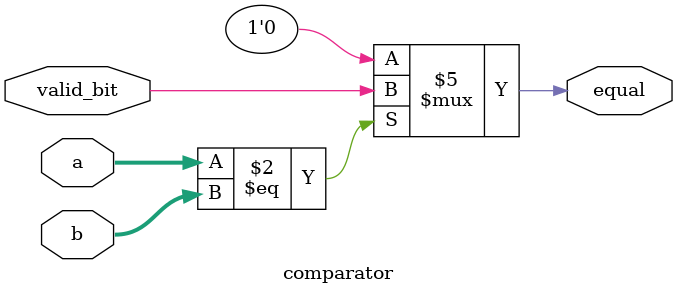
<source format=sv>

module comparator (
    input [23:0] a,
    input [23:0] b,
    input valid_bit,
    output logic equal
    );

    always_comb
    begin
        if (a == b)
            equal = valid_bit & valid_bit;
        else
            equal = 1'b0;
    end

endmodule : comparator

</source>
